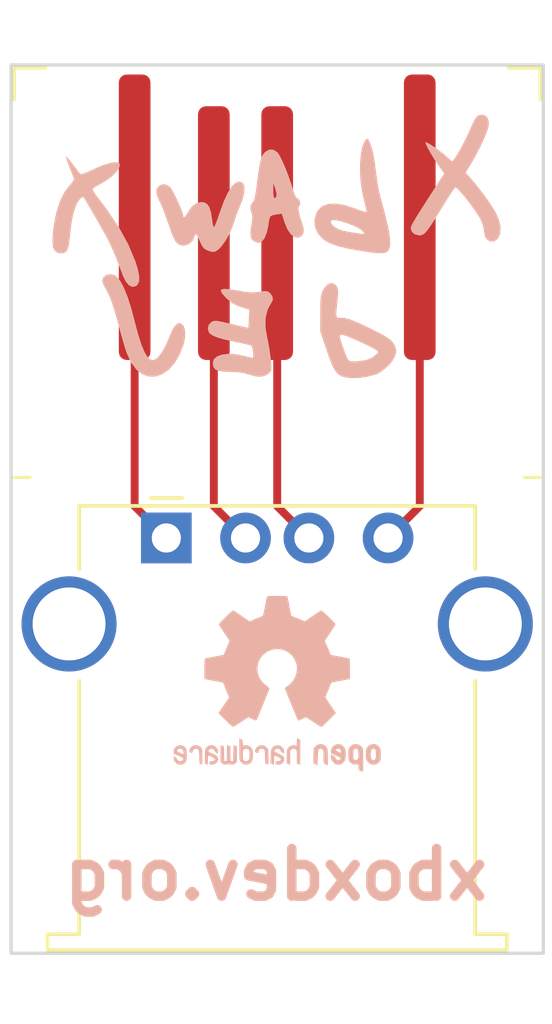
<source format=kicad_pcb>
(kicad_pcb (version 20240108) (generator "pcbnew") (generator_version "8.0")
  (title_block (title "Original Xbox front controller port USB adapter PCB"))
  (layers (0 "F.Cu" signal) (31 "B.Cu" signal) (34 "B.Paste" user) (35 "F.Paste" user) (36 "B.SilkS" user "B.Silkscreen") (37 "F.SilkS" user "F.Silkscreen") (38 "B.Mask" user) (39 "F.Mask" user) (44 "Edge.Cuts" user))
  (net 0 "")
  (net 2 "Net-(J1-D+)")
  (net 3 "Net-(J1-GND)")
  (net 4 "Net-(J1-VBUS)")
  (net 5 "Net-(J1-D-)")
  (footprint "Connector_USB:USB_A_Stewart_SS-52100-001_Horizontal" (layer "F.Cu") (at 227.4 137.81)
    (property "Reference" "J1" (hide yes))
    (property "Value" "Adapter USB")
    (fp_line (start -3.75 12.49) (end -3.75 12.99) (stroke (width 0.12)) (layer "F.SilkS"))
    (fp_line (start -3.75 12.99) (end 10.75 12.99) (stroke (width 0.12)) (layer "F.SilkS"))
    (fp_line (start -2.75 -1.01) (end -2.75 0.99) (stroke (width 0.12)) (layer "F.SilkS"))
    (fp_line (start -2.75 4.49) (end -2.75 12.49) (stroke (width 0.12)) (layer "F.SilkS"))
    (fp_line (start -2.75 12.49) (end -3.75 12.49) (stroke (width 0.12)) (layer "F.SilkS"))
    (fp_line (start -0.5 -1.26) (end 0.5 -1.26) (stroke (width 0.12)) (layer "F.SilkS"))
    (fp_line (start 9.75 -1.01) (end -2.75 -1.01) (stroke (width 0.12)) (layer "F.SilkS"))
    (fp_line (start 9.75 0.99) (end 9.75 -1.01) (stroke (width 0.12)) (layer "F.SilkS"))
    (fp_line (start 9.75 12.49) (end 9.75 4.49) (stroke (width 0.12)) (layer "F.SilkS"))
    (fp_line (start 10.75 12.49) (end 9.75 12.49) (stroke (width 0.12)) (layer "F.SilkS"))
    (fp_line (start 10.75 12.99) (end 10.75 12.49) (stroke (width 0.12)) (layer "F.SilkS"))
    (pad "1" thru_hole rect (at 0 0) (size 1.6 1.6) (drill 0.92) (layers "*.Cu" "*.Mask") (net 4 "Net-(J1-VBUS)"))
    (pad "2" thru_hole circle (at 2.5 0) (size 1.6 1.6) (drill 0.92) (layers "*.Cu" "*.Mask") (net 5 "Net-(J1-D-)"))
    (pad "3" thru_hole circle (at 4.5 0) (size 1.6 1.6) (drill 0.92) (layers "*.Cu" "*.Mask") (net 2 "Net-(J1-D+)"))
    (pad "4" thru_hole circle (at 7 0) (size 1.6 1.6) (drill 0.92) (layers "*.Cu" "*.Mask") (net 3 "Net-(J1-GND)"))
    (pad "5" thru_hole circle (at -3.07 2.71) (size 3 3) (drill 2.3) (layers "*.Cu" "*.Mask"))
    (pad "5" thru_hole circle (at 10.07 2.71) (size 3 3) (drill 2.3) (layers "*.Cu" "*.Mask"))
  )
  (footprint "OGXLibrary:ogx_front_panel_usb_male" (layer "F.Cu") (at 222.4 122.9)
    (property "Reference" "J2" (hide yes))
    (property "Value" "Xbox Front Panel USB")
    (fp_line (start 0.2 0.1) (end 0.2 1.1) (stroke (width 0.1)) (layer "F.SilkS"))
    (fp_line (start 0.2 0.1) (end 1.2 0.1) (stroke (width 0.1)) (layer "F.SilkS"))
    (fp_line (start 0.2 1.1) (end 0.2 0.1) (stroke (width 0.1)) (layer "F.SilkS"))
    (fp_line (start 0.2 13) (end 0.7 13) (stroke (width 0.1)) (layer "F.SilkS"))
    (fp_line (start 15.8 0.1) (end 16.8 0.1) (stroke (width 0.1)) (layer "F.SilkS"))
    (fp_line (start 16.8 0.1) (end 15.8 0.1) (stroke (width 0.1)) (layer "F.SilkS"))
    (fp_line (start 16.8 0.1) (end 16.8 1.1) (stroke (width 0.1)) (layer "F.SilkS"))
    (fp_line (start 16.8 13) (end 16.3 13) (stroke (width 0.1)) (layer "F.SilkS"))
    (pad "1" smd roundrect (at 4 4.8) (size 1 9) (layers "F.Cu" "F.Paste" "F.Mask") (net 4 "Net-(J1-VBUS)"))
    (pad "2" smd roundrect (at 6.5 5.3) (size 1 8) (layers "F.Cu" "F.Paste" "F.Mask") (net 5 "Net-(J1-D-)"))
    (pad "3" smd roundrect (at 8.5 5.3) (size 1 8) (layers "F.Cu" "F.Paste" "F.Mask") (net 2 "Net-(J1-D+)"))
    (pad "4" smd roundrect (at 13 4.8) (size 1 9) (layers "F.Cu" "F.Paste" "F.Mask") (net 3 "Net-(J1-GND)"))
  )
  (footprint "Symbol:OSHW-Logo2_7.3x6mm_SilkScreen" (layer "B.Cu") (at 230.9 142.4 180)
    (property "Reference" "REF**" (hide yes))
    (property "Value" "OSHW-Logo2_7.3x6mm_SilkScreen" (hide yes))
    (fp_poly (pts (xy 2.6526 -1.958752) (xy 2.669948 -1.966334) (xy 2.711356 -1.999128) (xy 2.746765 -2.046547) (xy 2.768664 -2.097151) (xy 2.772229 -2.122098) (xy 2.760279 -2.156927) (xy 2.734067 -2.175357) (xy 2.705964 -2.186516) (xy 2.693095 -2.188572) (xy 2.686829 -2.173649) (xy 2.674456 -2.141175) (xy 2.669028 -2.126502) (xy 2.63859 -2.075744) (xy 2.59452 -2.050427) (xy 2.53801 -2.051206) (xy 2.533825 -2.052203) (xy 2.503655 -2.066507) (xy 2.481476 -2.094393) (xy 2.466327 -2.139287) (xy 2.45725 -2.204615) (xy 2.453286 -2.293804) (xy 2.452914 -2.341261) (xy 2.45273 -2.416071) (xy 2.451522 -2.467069) (xy 2.448309 -2.499471) (xy 2.442109 -2.518495) (xy 2.43194 -2.529356) (xy 2.416819 -2.537272) (xy 2.415946 -2.53767) (xy 2.386828 -2.549981) (xy 2.372403 -2.554514) (xy 2.370186 -2.540809) (xy 2.368289 -2.502925) (xy 2.366847 -2.445715) (xy 2.365998 -2.374027) (xy 2.365829 -2.321565) (xy 2.366692 -2.220047) (xy 2.37007 -2.143032) (xy 2.377142 -2.086023) (xy 2.389088 -2.044526) (xy 2.40709 -2.014043) (xy 2.432327 -1.99008) (xy 2.457247 -1.973355) (xy 2.517171 -1.951097) (xy 2.586911 -1.946076) (xy 2.6526 -1.958752)) (stroke (width 0.01)) (fill solid) (layer "B.SilkS"))
    (fp_poly (pts (xy -1.283907 -1.92778) (xy -1.237328 -1.954723) (xy -1.204943 -1.981466) (xy -1.181258 -2.009484) (xy -1.164941 -2.043748) (xy -1.154661 -2.089227) (xy -1.149086 -2.150892) (xy -1.146884 -2.233711) (xy -1.146629 -2.293246) (xy -1.146629 -2.512391) (xy -1.208314 -2.540044) (xy -1.27 -2.567697) (xy -1.277257 -2.32767) (xy -1.280256 -2.238028) (xy -1.283402 -2.172962) (xy -1.287299 -2.128026) (xy -1.292553 -2.09877) (xy -1.299769 -2.080748) (xy -1.30955 -2.069511) (xy -1.312688 -2.067079) (xy -1.360239 -2.048083) (xy -1.408303 -2.0556) (xy -1.436914 -2.075543) (xy -1.448553 -2.089675) (xy -1.456609 -2.10822) (xy -1.461729 -2.136334) (xy -1.464559 -2.179173) (xy -1.465744 -2.241895) (xy -1.465943 -2.307261) (xy -1.465982 -2.389268) (xy -1.467386 -2.447316) (xy -1.472086 -2.486465) (xy -1.482013 -2.51178) (xy -1.499097 -2.528323) (xy -1.525268 -2.541156) (xy -1.560225 -2.554491) (xy -1.598404 -2.569007) (xy -1.593859 -2.311389) (xy -1.592029 -2.218519) (xy -1.589888 -2.149889) (xy -1.586819 -2.100711) (xy -1.582206 -2.066198) (xy -1.575432 -2.041562) (xy -1.565881 -2.022016) (xy -1.554366 -2.00477) (xy -1.49881 -1.94968) (xy -1.43102 -1.917822) (xy -1.357287 -1.910191) (xy -1.283907 -1.92778)) (stroke (width 0.01)) (fill solid) (layer "B.SilkS"))
    (fp_poly (pts (xy 0.529926 -1.949755) (xy 0.595858 -1.974084) (xy 0.649273 -2.017117) (xy 0.670164 -2.047409) (xy 0.692939 -2.102994) (xy 0.692466 -2.143186) (xy 0.668562 -2.170217) (xy 0.659717 -2.174813) (xy 0.62153 -2.189144) (xy 0.602028 -2.185472) (xy 0.595422 -2.161407) (xy 0.595086 -2.148114) (xy 0.582992 -2.09921) (xy 0.551471 -2.064999) (xy 0.507659 -2.048476) (xy 0.458695 -2.052634) (xy 0.418894 -2.074227) (xy 0.40545 -2.086544) (xy 0.395921 -2.101487) (xy 0.389485 -2.124075) (xy 0.385317 -2.159328) (xy 0.382597 -2.212266) (xy 0.380502 -2.287907) (xy 0.37996 -2.311857) (xy 0.377981 -2.39379) (xy 0.375731 -2.451455) (xy 0.372357 -2.489608) (xy 0.367006 -2.513004) (xy 0.358824 -2.526398) (xy 0.346959 -2.534545) (xy 0.339362 -2.538144) (xy 0.307102 -2.550452) (xy 0.288111 -2.554514) (xy 0.281836 -2.540948) (xy 0.278006 -2.499934) (xy 0.2766 -2.430999) (xy 0.277598 -2.333669) (xy 0.277908 -2.318657) (xy 0.280101 -2.229859) (xy 0.282693 -2.165019) (xy 0.286382 -2.119067) (xy 0.291864 -2.086935) (xy 0.299835 -2.063553) (xy 0.310993 -2.043852) (xy 0.31683 -2.03541) (xy 0.350296 -1.998057) (xy 0.387727 -1.969003) (xy 0.392309 -1.966467) (xy 0.459426 -1.946443) (xy 0.529926 -1.949755)) (stroke (width 0.01)) (fill solid) (layer "B.SilkS"))
    (fp_poly (pts (xy 1.779833 -1.958663) (xy 1.782048 -1.99685) (xy 1.783784 -2.054886) (xy 1.784899 -2.12818) (xy 1.785257 -2.205055) (xy 1.785257 -2.465196) (xy 1.739326 -2.511127) (xy 1.707675 -2.539429) (xy 1.67989 -2.550893) (xy 1.641915 -2.550168) (xy 1.62684 -2.548321) (xy 1.579726 -2.542948) (xy 1.540756 -2.539869) (xy 1.531257 -2.539585) (xy 1.499233 -2.541445) (xy 1.453432 -2.546114) (xy 1.435674 -2.548321) (xy 1.392057 -2.551735) (xy 1.362745 -2.54432) (xy 1.33368 -2.521427) (xy 1.323188 -2.511127) (xy 1.277257 -2.465196) (xy 1.277257 -1.978602) (xy 1.314226 -1.961758) (xy 1.346059 -1.949282) (xy 1.364683 -1.944914) (xy 1.369458 -1.958718) (xy 1.373921 -1.997286) (xy 1.377775 -2.056356) (xy 1.380722 -2.131663) (xy 1.382143 -2.195286) (xy 1.386114 -2.445657) (xy 1.420759 -2.450556) (xy 1.452268 -2.447131) (xy 1.467708 -2.436041) (xy 1.472023 -2.415308) (xy 1.475708 -2.371145) (xy 1.478469 -2.309146) (xy 1.480012 -2.234909) (xy 1.480235 -2.196706) (xy 1.480457 -1.976783) (xy 1.526166 -1.960849) (xy 1.558518 -1.950015) (xy 1.576115 -1.944962) (xy 1.576623 -1.944914) (xy 1.578388 -1.958648) (xy 1.580329 -1.99673) (xy 1.582282 -2.054482) (xy 1.584084 -2.127227) (xy 1.585343 -2.195286) (xy 1.589314 -2.445657) (xy 1.6764 -2.445657) (xy 1.680396 -2.21724) (xy 1.684392 -1.988822) (xy 1.726847 -1.966868) (xy 1.758192 -1.951793) (xy 1.776744 -1.944951) (xy 1.777279 -1.944914) (xy 1.779833 -1.958663)) (stroke (width 0.01)) (fill solid) (layer "B.SilkS"))
    (fp_poly (pts (xy -0.624114 -1.851289) (xy -0.619861 -1.910613) (xy -0.614975 -1.945572) (xy -0.608205 -1.96082) (xy -0.598298 -1.961015) (xy -0.595086 -1.959195) (xy -0.552356 -1.946015) (xy -0.496773 -1.946785) (xy -0.440263 -1.960333) (xy -0.404918 -1.977861) (xy -0.368679 -2.005861) (xy -0.342187 -2.037549) (xy -0.324001 -2.077813) (xy -0.312678 -2.131543) (xy -0.306778 -2.203626) (xy -0.304857 -2.298951) (xy -0.304823 -2.317237) (xy -0.3048 -2.522646) (xy -0.350509 -2.53858) (xy -0.382973 -2.54942) (xy -0.400785 -2.554468) (xy -0.401309 -2.554514) (xy -0.403063 -2.540828) (xy -0.404556 -2.503076) (xy -0.405674 -2.446224) (xy -0.406303 -2.375234) (xy -0.4064 -2.332073) (xy -0.406602 -2.246973) (xy -0.407642 -2.185981) (xy -0.410169 -2.144177) (xy -0.414836 -2.116642) (xy -0.422293 -2.098456) (xy -0.433189 -2.084698) (xy -0.439993 -2.078073) (xy -0.486728 -2.051375) (xy -0.537728 -2.049375) (xy -0.583999 -2.071955) (xy -0.592556 -2.080107) (xy -0.605107 -2.095436) (xy -0.613812 -2.113618) (xy -0.619369 -2.139909) (xy -0.622474 -2.179562) (xy -0.623824 -2.237832) (xy -0.624114 -2.318173) (xy -0.624114 -2.522646) (xy -0.669823 -2.53858) (xy -0.702287 -2.54942) (xy -0.720099 -2.554468) (xy -0.720623 -2.554514) (xy -0.721963 -2.540623) (xy -0.723172 -2.501439) (xy -0.724199 -2.4407) (xy -0.724998 -2.362141) (xy -0.725519 -2.269498) (xy -0.725714 -2.166509) (xy -0.725714 -1.769342) (xy -0.678543 -1.749444) (xy -0.631371 -1.729547) (xy -0.624114 -1.851289)) (stroke (width 0.01)) (fill solid) (layer "B.SilkS"))
    (fp_poly (pts (xy -2.958885 -1.921962) (xy -2.890855 -1.957733) (xy -2.840649 -2.015301) (xy -2.822815 -2.052312) (xy -2.808937 -2.107882) (xy -2.801833 -2.178096) (xy -2.80116 -2.254727) (xy -2.806573 -2.329552) (xy -2.81773 -2.394342) (xy -2.834286 -2.440873) (xy -2.839374 -2.448887) (xy -2.899645 -2.508707) (xy -2.971231 -2.544535) (xy -3.048908 -2.55502) (xy -3.127452 -2.53881) (xy -3.149311 -2.529092) (xy -3.191878 -2.499143) (xy -3.229237 -2.459433) (xy -3.232768 -2.454397) (xy -3.247119 -2.430124) (xy -3.256606 -2.404178) (xy -3.26221 -2.370022) (xy -3.264914 -2.321119) (xy -3.265701 -2.250935) (xy -3.265714 -2.2352) (xy -3.265678 -2.230192) (xy -3.120571 -2.230192) (xy -3.119727 -2.29643) (xy -3.116404 -2.340386) (xy -3.109417 -2.368779) (xy -3.097584 -2.388325) (xy -3.091543 -2.394857) (xy -3.056814 -2.41968) (xy -3.023097 -2.418548) (xy -2.989005 -2.397016) (xy -2.968671 -2.374029) (xy -2.956629 -2.340478) (xy -2.949866 -2.287569) (xy -2.949402 -2.281399) (xy -2.948248 -2.185513) (xy -2.960312 -2.114299) (xy -2.98543 -2.068194) (xy -3.02344 -2.047635) (xy -3.037008 -2.046514) (xy -3.072636 -2.052152) (xy -3.097006 -2.071686) (xy -3.111907 -2.109042) (xy -3.119125 -2.16815) (xy -3.120571 -2.230192) (xy -3.265678 -2.230192) (xy -3.265174 -2.160413) (xy -3.262904 -2.108159) (xy -3.257932 -2.071949) (xy -3.249287 -2.045299) (xy -3.235995 -2.021722) (xy -3.233057 -2.017338) (xy -3.183687 -1.958249) (xy -3.129891 -1.923947) (xy -3.064398 -1.910331) (xy -3.042158 -1.909665) (xy -2.958885 -1.921962)) (stroke (width 0.01)) (fill solid) (layer "B.SilkS"))
    (fp_poly (pts (xy 3.153595 -1.966966) (xy 3.211021 -2.004497) (xy 3.238719 -2.038096) (xy 3.260662 -2.099064) (xy 3.262405 -2.147308) (xy 3.258457 -2.211816) (xy 3.109686 -2.276934) (xy 3.037349 -2.310202) (xy 2.990084 -2.336964) (xy 2.965507 -2.360144) (xy 2.961237 -2.382667) (xy 2.974889 -2.407455) (xy 2.989943 -2.423886) (xy 3.033746 -2.450235) (xy 3.081389 -2.452081) (xy 3.125145 -2.431546) (xy 3.157289 -2.390752) (xy 3.163038 -2.376347) (xy 3.190576 -2.331356) (xy 3.222258 -2.312182) (xy 3.265714 -2.295779) (xy 3.265714 -2.357966) (xy 3.261872 -2.400283) (xy 3.246823 -2.435969) (xy 3.21528 -2.476943) (xy 3.210592 -2.482267) (xy 3.175506 -2.51872) (xy 3.145347 -2.538283) (xy 3.107615 -2.547283) (xy 3.076335 -2.55023) (xy 3.020385 -2.550965) (xy 2.980555 -2.54166) (xy 2.955708 -2.527846) (xy 2.916656 -2.497467) (xy 2.889625 -2.464613) (xy 2.872517 -2.423294) (xy 2.863238 -2.367521) (xy 2.859693 -2.291305) (xy 2.85941 -2.252622) (xy 2.860372 -2.206247) (xy 2.948007 -2.206247) (xy 2.949023 -2.231126) (xy 2.951556 -2.2352) (xy 2.968274 -2.229665) (xy 3.004249 -2.215017) (xy 3.052331 -2.19419) (xy 3.062386 -2.189714) (xy 3.123152 -2.158814) (xy 3.156632 -2.131657) (xy 3.16399 -2.10622) (xy 3.146391 -2.080481) (xy 3.131856 -2.069109) (xy 3.07941 -2.046364) (xy 3.030322 -2.050122) (xy 2.989227 -2.077884) (xy 2.960758 -2.127152) (xy 2.951631 -2.166257) (xy 2.948007 -2.206247) (xy 2.860372 -2.206247) (xy 2.861285 -2.162249) (xy 2.868196 -2.095384) (xy 2.881884 -2.046695) (xy 2.904096 -2.010849) (xy 2.936574 -1.982513) (xy 2.950733 -1.973355) (xy 3.015053 -1.949507) (xy 3.085473 -1.948006) (xy 3.153595 -1.966966)) (stroke (width 0.01)) (fill solid) (layer "B.SilkS"))
    (fp_poly (pts (xy 1.190117 -2.065358) (xy 1.189933 -2.173837) (xy 1.189219 -2.257287) (xy 1.187675 -2.319704) (xy 1.185001 -2.365085) (xy 1.180894 -2.397429) (xy 1.175055 -2.420733) (xy 1.167182 -2.438995) (xy 1.161221 -2.449418) (xy 1.111855 -2.505945) (xy 1.049264 -2.541377) (xy 0.980013 -2.55409) (xy 0.910668 -2.542463) (xy 0.869375 -2.521568) (xy 0.826025 -2.485422) (xy 0.796481 -2.441276) (xy 0.778655 -2.383462) (xy 0.770463 -2.306313) (xy 0.769302 -2.249714) (xy 0.769458 -2.245647) (xy 0.870857 -2.245647) (xy 0.871476 -2.31055) (xy 0.874314 -2.353514) (xy 0.88084 -2.381622) (xy 0.892523 -2.401953) (xy 0.906483 -2.417288) (xy 0.953365 -2.44689) (xy 1.003701 -2.449419) (xy 1.051276 -2.424705) (xy 1.054979 -2.421356) (xy 1.070783 -2.403935) (xy 1.080693 -2.383209) (xy 1.086058 -2.352362) (xy 1.088228 -2.304577) (xy 1.088571 -2.251748) (xy 1.087827 -2.185381) (xy 1.084748 -2.141106) (xy 1.078061 -2.112009) (xy 1.066496 -2.091173) (xy 1.057013 -2.080107) (xy 1.01296 -2.052198) (xy 0.962224 -2.048843) (xy 0.913796 -2.070159) (xy 0.90445 -2.078073) (xy 0.88854 -2.095647) (xy 0.87861 -2.116587) (xy 0.873278 -2.147782) (xy 0.871163 -2.196122) (xy 0.870857 -2.245647) (xy 0.769458 -2.245647) (xy 0.77281 -2.158568) (xy 0.784726 -2.090086) (xy 0.807135 -2.0386) (xy 0.842124 -1.998443) (xy 0.869375 -1.977861) (xy 0.918907 -1.955625) (xy 0.976316 -1.945304) (xy 1.029682 -1.948067) (xy 1.059543 -1.959212) (xy 1.071261 -1.962383) (xy 1.079037 -1.950557) (xy 1.084465 -1.918866) (xy 1.088571 -1.870593) (xy 1.093067 -1.816829) (xy 1.099313 -1.784482) (xy 1.110676 -1.765985) (xy 1.130528 -1.75377) (xy 1.143 -1.748362) (xy 1.190171 -1.728601) (xy 1.190117 -2.065358)) (stroke (width 0.01)) (fill solid) (layer "B.SilkS"))
    (fp_poly (pts (xy -1.831697 -1.931239) (xy -1.774473 -1.969735) (xy -1.730251 -2.025335) (xy -1.703833 -2.096086) (xy -1.69849 -2.148162) (xy -1.699097 -2.169893) (xy -1.704178 -2.186531) (xy -1.718145 -2.201437) (xy -1.745411 -2.217973) (xy -1.790388 -2.239498) (xy -1.857489 -2.269374) (xy -1.857829 -2.269524) (xy -1.919593 -2.297813) (xy -1.970241 -2.322933) (xy -2.004596 -2.342179) (xy -2.017482 -2.352848) (xy -2.017486 -2.352934) (xy -2.006128 -2.376166) (xy -1.979569 -2.401774) (xy -1.949077 -2.420221) (xy -1.93363 -2.423886) (xy -1.891485 -2.411212) (xy -1.855192 -2.379471) (xy -1.837483 -2.344572) (xy -1.820448 -2.318845) (xy -1.787078 -2.289546) (xy -1.747851 -2.264235) (xy -1.713244 -2.250471) (xy -1.706007 -2.249714) (xy -1.697861 -2.26216) (xy -1.69737 -2.293972) (xy -1.703357 -2.336866) (xy -1.714643 -2.382558) (xy -1.73005 -2.422761) (xy -1.730829 -2.424322) (xy -1.777196 -2.489062) (xy -1.837289 -2.533097) (xy -1.905535 -2.554711) (xy -1.976362 -2.552185) (xy -2.044196 -2.523804) (xy -2.047212 -2.521808) (xy -2.100573 -2.473448) (xy -2.13566 -2.410352) (xy -2.155078 -2.327387) (xy -2.157684 -2.304078) (xy -2.162299 -2.194055) (xy -2.156767 -2.142748) (xy -2.017486 -2.142748) (xy -2.015676 -2.174753) (xy -2.005778 -2.184093) (xy -1.981102 -2.177105) (xy -1.942205 -2.160587) (xy -1.898725 -2.139881) (xy -1.897644 -2.139333) (xy -1.860791 -2.119949) (xy -1.846 -2.107013) (xy -1.849647 -2.093451) (xy -1.865005 -2.075632) (xy -1.904077 -2.049845) (xy -1.946154 -2.04795) (xy -1.983897 -2.066717) (xy -2.009966 -2.102915) (xy -2.017486 -2.142748) (xy -2.156767 -2.142748) (xy -2.152806 -2.106027) (xy -2.12845 -2.036212) (xy -2.094544 -1.987302) (xy -2.033347 -1.937878) (xy -1.965937 -1.913359) (xy -1.89712 -1.911797) (xy -1.831697 -1.931239)) (stroke (width 0.01)) (fill solid) (layer "B.SilkS"))
    (fp_poly (pts (xy 0.039744 -1.950968) (xy 0.096616 -1.972087) (xy 0.097267 -1.972493) (xy 0.13244 -1.99838) (xy 0.158407 -2.028633) (xy 0.17667 -2.068058) (xy 0.188732 -2.121462) (xy 0.196096 -2.193651) (xy 0.200264 -2.289432) (xy 0.200629 -2.303078) (xy 0.205876 -2.508842) (xy 0.161716 -2.531678) (xy 0.129763 -2.54711) (xy 0.11047 -2.554423) (xy 0.109578 -2.554514) (xy 0.106239 -2.541022) (xy 0.103587 -2.504626) (xy 0.101956 -2.451452) (xy 0.1016 -2.408393) (xy 0.101592 -2.338641) (xy 0.098403 -2.294837) (xy 0.087288 -2.273944) (xy 0.063501 -2.272925) (xy 0.022296 -2.288741) (xy -0.039914 -2.317815) (xy -0.085659 -2.341963) (xy -0.109187 -2.362913) (xy -0.116104 -2.385747) (xy -0.116114 -2.386877) (xy -0.104701 -2.426212) (xy -0.070908 -2.447462) (xy -0.019191 -2.450539) (xy 0.018061 -2.450006) (xy 0.037703 -2.460735) (xy 0.049952 -2.486505) (xy 0.057002 -2.519337) (xy 0.046842 -2.537966) (xy 0.043017 -2.540632) (xy 0.007001 -2.55134) (xy -0.043434 -2.552856) (xy -0.095374 -2.545759) (xy -0.132178 -2.532788) (xy -0.183062 -2.489585) (xy -0.211986 -2.429446) (xy -0.217714 -2.382462) (xy -0.213343 -2.340082) (xy -0.197525 -2.305488) (xy -0.166203 -2.274763) (xy -0.115322 -2.24399) (xy -0.040824 -2.209252) (xy -0.036286 -2.207288) (xy 0.030821 -2.176287) (xy 0.072232 -2.150862) (xy 0.089981 -2.128014) (xy 0.086107 -2.104745) (xy 0.062643 -2.078056) (xy 0.055627 -2.071914) (xy 0.00863 -2.0481) (xy -0.040067 -2.049103) (xy -0.082478 -2.072451) (xy -0.110616 -2.115675) (xy -0.113231 -2.12416) (xy -0.138692 -2.165308) (xy -0.170999 -2.185128) (xy -0.217714 -2.20477) (xy -0.217714 -2.15395) (xy -0.203504 -2.080082) (xy -0.161325 -2.012327) (xy -0.139376 -1.989661) (xy -0.089483 -1.960569) (xy -0.026033 -1.9474) (xy 0.039744 -1.950968)) (stroke (width 0.01)) (fill solid) (layer "B.SilkS"))
    (fp_poly (pts (xy 2.144876 -1.956335) (xy 2.186667 -1.975344) (xy 2.219469 -1.998378) (xy 2.243503 -2.024133) (xy 2.260097 -2.057358) (xy 2.270577 -2.1028) (xy 2.276271 -2.165207) (xy 2.278507 -2.249327) (xy 2.278743 -2.304721) (xy 2.278743 -2.520826) (xy 2.241774 -2.53767) (xy 2.212656 -2.549981) (xy 2.198231 -2.554514) (xy 2.195472 -2.541025) (xy 2.193282 -2.504653) (xy 2.191942 -2.451542) (xy 2.191657 -2.409372) (xy 2.190434 -2.348447) (xy 2.187136 -2.300115) (xy 2.182321 -2.270518) (xy 2.178496 -2.264229) (xy 2.152783 -2.270652) (xy 2.112418 -2.287125) (xy 2.065679 -2.309458) (xy 2.020845 -2.333457) (xy 1.986193 -2.35493) (xy 1.970002 -2.369685) (xy 1.969938 -2.369845) (xy 1.97133 -2.397152) (xy 1.983818 -2.423219) (xy 2.005743 -2.444392) (xy 2.037743 -2.451474) (xy 2.065092 -2.450649) (xy 2.103826 -2.450042) (xy 2.124158 -2.459116) (xy 2.136369 -2.483092) (xy 2.137909 -2.487613) (xy 2.143203 -2.521806) (xy 2.129047 -2.542568) (xy 2.092148 -2.552462) (xy 2.052289 -2.554292) (xy 1.980562 -2.540727) (xy 1.943432 -2.521355) (xy 1.897576 -2.475845) (xy 1.873256 -2.419983) (xy 1.871073 -2.360957) (xy 1.891629 -2.305953) (xy 1.922549 -2.271486) (xy 1.95342 -2.252189) (xy 2.001942 -2.227759) (xy 2.058485 -2.202985) (xy 2.06791 -2.199199) (xy 2.130019 -2.171791) (xy 2.165822 -2.147634) (xy 2.177337 -2.123619) (xy 2.16658 -2.096635) (xy 2.148114 -2.075543) (xy 2.104469 -2.049572) (xy 2.056446 -2.047624) (xy 2.012406 -2.067637) (xy 1.980709 -2.107551) (xy 1.976549 -2.117848) (xy 1.952327 -2.155724) (xy 1.916965 -2.183842) (xy 1.872343 -2.206917) (xy 1.872343 -2.141485) (xy 1.874969 -2.101506) (xy 1.88623 -2.069997) (xy 1.911199 -2.036378) (xy 1.935169 -2.010484) (xy 1.972441 -1.973817) (xy 2.001401 -1.954121) (xy 2.032505 -1.94622) (xy 2.067713 -1.944914) (xy 2.144876 -1.956335)) (stroke (width 0.01)) (fill solid) (layer "B.SilkS"))
    (fp_poly (pts (xy -2.400256 -1.919918) (xy -2.344799 -1.947568) (xy -2.295852 -1.99848) (xy -2.282371 -2.017338) (xy -2.267686 -2.042015) (xy -2.258158 -2.068816) (xy -2.252707 -2.104587) (xy -2.250253 -2.156169) (xy -2.249714 -2.224267) (xy -2.252148 -2.317588) (xy -2.260606 -2.387657) (xy -2.276826 -2.439931) (xy -2.302546 -2.479869) (xy -2.339503 -2.512929) (xy -2.342218 -2.514886) (xy -2.37864 -2.534908) (xy -2.422498 -2.544815) (xy -2.478276 -2.547257) (xy -2.568952 -2.547257) (xy -2.56899 -2.635283) (xy -2.569834 -2.684308) (xy -2.574976 -2.713065) (xy -2.588413 -2.730311) (xy -2.614142 -2.744808) (xy -2.620321 -2.747769) (xy -2.649236 -2.761648) (xy -2.671624 -2.770414) (xy -2.688271 -2.771171) (xy -2.699964 -2.761023) (xy -2.70749 -2.737073) (xy -2.711634 -2.696426) (xy -2.713185 -2.636186) (xy -2.712929 -2.553455) (xy -2.711651 -2.445339) (xy -2.711252 -2.413) (xy -2.709815 -2.301524) (xy -2.708528 -2.228603) (xy -2.569029 -2.228603) (xy -2.568245 -2.290499) (xy -2.56476 -2.330997) (xy -2.556876 -2.357708) (xy -2.542895 -2.378244) (xy -2.533403 -2.38826) (xy -2.494596 -2.417567) (xy -2.460237 -2.419952) (xy -2.424784 -2.39575) (xy -2.423886 -2.394857) (xy -2.409461 -2.376153) (xy -2.400687 -2.350732) (xy -2.396261 -2.311584) (xy -2.394882 -2.251697) (xy -2.394857 -2.23843) (xy -2.398188 -2.155901) (xy -2.409031 -2.098691) (xy -2.42866 -2.063766) (xy -2.45835 -2.048094) (xy -2.475509 -2.046514) (xy -2.516234 -2.053926) (xy -2.544168 -2.07833) (xy -2.560983 -2.12298) (xy -2.56835 -2.19113) (xy -2.569029 -2.228603) (xy -2.708528 -2.228603) (xy -2.708292 -2.215245) (xy -2.706323 -2.150333) (xy -2.70355 -2.102958) (xy -2.699612 -2.06929) (xy -2.694151 -2.045498) (xy -2.686808 -2.027753) (xy -2.677223 -2.012224) (xy -2.673113 -2.006381) (xy -2.618595 -1.951185) (xy -2.549664 -1.91989) (xy -2.469928 -1.911165) (xy -2.400256 -1.919918)) (stroke (width 0.01)) (fill solid) (layer "B.SilkS"))
    (fp_poly (pts (xy 0.10391 2.757652) (xy 0.182454 2.757222) (xy 0.239298 2.756058) (xy 0.278105 2.753793) (xy 0.302538 2.75006) (xy 0.316262 2.744494) (xy 0.32294 2.736727) (xy 0.326236 2.726395) (xy 0.326556 2.725057) (xy 0.331562 2.700921) (xy 0.340829 2.653299) (xy 0.353392 2.587259) (xy 0.368287 2.507872) (xy 0.384551 2.420204) (xy 0.385119 2.417125) (xy 0.40141 2.331211) (xy 0.416652 2.255304) (xy 0.429861 2.193955) (xy 0.440054 2.151718) (xy 0.446248 2.133145) (xy 0.446543 2.132816) (xy 0.464788 2.123747) (xy 0.502405 2.108633) (xy 0.551271 2.090738) (xy 0.551543 2.090642) (xy 0.613093 2.067507) (xy 0.685657 2.038035) (xy 0.754057 2.008403) (xy 0.757294 2.006938) (xy 0.868702 1.956374) (xy 1.115399 2.12484) (xy 1.191077 2.176197) (xy 1.259631 2.222111) (xy 1.317088 2.25997) (xy 1.359476 2.287163) (xy 1.382825 2.301079) (xy 1.385042 2.302111) (xy 1.40201 2.297516) (xy 1.433701 2.275345) (xy 1.481352 2.234553) (xy 1.546198 2.174095) (xy 1.612397 2.109773) (xy 1.676214 2.046388) (xy 1.733329 1.988549) (xy 1.780305 1.939825) (xy 1.813703 1.90379) (xy 1.830085 1.884016) (xy 1.830694 1.882998) (xy 1.832505 1.869428) (xy 1.825683 1.847267) (xy 1.80854 1.813522) (xy 1.779393 1.7652) (xy 1.736555 1.699308) (xy 1.679448 1.614483) (xy 1.628766 1.539823) (xy 1.583461 1.47286) (xy 1.54615 1.417484) (xy 1.519452 1.37758) (xy 1.505985 1.357038) (xy 1.505137 1.355644) (xy 1.506781 1.335962) (xy 1.519245 1.297707) (xy 1.540048 1.248111) (xy 1.547462 1.232272) (xy 1.579814 1.16171) (xy 1.614328 1.081647) (xy 1.642365 1.012371) (xy 1.662568 0.960955) (xy 1.678615 0.921881) (xy 1.687888 0.901459) (xy 1.689041 0.899886) (xy 1.706096 0.897279) (xy 1.746298 0.890137) (xy 1.804302 0.879477) (xy 1.874763 0.866315) (xy 1.952335 0.851667) (xy 2.031672 0.836551) (xy 2.107431 0.821982) (xy 2.174264 0.808978) (xy 2.226828 0.798555) (xy 2.259776 0.79173) (xy 2.267857 0.789801) (xy 2.276205 0.785038) (xy 2.282506 0.774282) (xy 2.287045 0.753902) (xy 2.290104 0.720266) (xy 2.291967 0.669745) (xy 2.292918 0.598708) (xy 2.29324 0.503524) (xy 2.293257 0.464508) (xy 2.293257 0.147201) (xy 2.217057 0.132161) (xy 2.174663 0.124005) (xy 2.1114 0.112101) (xy 2.034962 0.097884) (xy 1.953043 0.08279) (xy 1.9304 0.078645) (xy 1.854806 0.063947) (xy 1.788953 0.049495) (xy 1.738366 0.036625) (xy 1.708574 0.026678) (xy 1.703612 0.023713) (xy 1.691426 0.002717) (xy 1.673953 -0.037967) (xy 1.654577 -0.090322) (xy 1.650734 -0.1016) (xy 1.625339 -0.171523) (xy 1.593817 -0.250418) (xy 1.562969 -0.321266) (xy 1.562817 -0.321595) (xy 1.511447 -0.432733) (xy 1.680399 -0.681253) (xy 1.849352 -0.929772) (xy 1.632429 -1.147058) (xy 1.566819 -1.211726) (xy 1.506979 -1.268733) (xy 1.456267 -1.315033) (xy 1.418046 -1.347584) (xy 1.395675 -1.363343) (xy 1.392466 -1.364343) (xy 1.373626 -1.356469) (xy 1.33518 -1.334578) (xy 1.28133 -1.301267) (xy 1.216276 -1.259131) (xy 1.14594 -1.211943) (xy 1.074555 -1.16381) (xy 1.010908 -1.121928) (xy 0.959041 -1.088871) (xy 0.922995 -1.067218) (xy 0.906867 -1.059543) (xy 0.887189 -1.066037) (xy 0.849875 -1.08315) (xy 0.802621 -1.107326) (xy 0.797612 -1.110013) (xy 0.733977 -1.141927) (xy 0.690341 -1.157579) (xy 0.663202 -1.157745) (xy 0.649057 -1.143204) (xy 0.648975 -1.143) (xy 0.641905 -1.125779) (xy 0.625042 -1.084899) (xy 0.599695 -1.023525) (xy 0.567171 -0.944819) (xy 0.528778 -0.851947) (xy 0.485822 -0.748072) (xy 0.444222 -0.647502) (xy 0.398504 -0.536516) (xy 0.356526 -0.433703) (xy 0.319548 -0.342215) (xy 0.288827 -0.265201) (xy 0.265622 -0.205815) (xy 0.25119 -0.167209) (xy 0.246743 -0.1528) (xy 0.257896 -0.136272) (xy 0.287069 -0.10993) (xy 0.325971 -0.080887) (xy 0.436757 0.010961) (xy 0.523351 0.116241) (xy 0.584716 0.232734) (xy 0.619815 0.358224) (xy 0.627608 0.490493) (xy 0.621943 0.551543) (xy 0.591078 0.678205) (xy 0.53792 0.790059) (xy 0.465767 0.885999) (xy 0.377917 0.964924) (xy 0.277665 1.02573) (xy 0.16831 1.067313) (xy 0.053147 1.088572) (xy -0.064525 1.088401) (xy -0.18141 1.065699) (xy -0.294211 1.019362) (xy -0.399631 0.948287) (xy -0.443632 0.908089) (xy -0.528021 0.804871) (xy -0.586778 0.692075) (xy -0.620296 0.57299) (xy -0.628965 0.450905) (xy -0.613177 0.329107) (xy -0.573322 0.210884) (xy -0.509793 0.099525) (xy -0.422979 -0.001684) (xy -0.325971 -0.080887) (xy -0.285563 -0.111162) (xy -0.257018 -0.137219) (xy -0.246743 -0.152825) (xy -0.252123 -0.169843) (xy -0.267425 -0.2105) (xy -0.291388 -0.271642) (xy -0.322756 -0.350119) (xy -0.360268 -0.44278) (xy -0.402667 -0.546472) (xy -0.444337 -0.647526) (xy -0.49031 -0.758607) (xy -0.532893 -0.861541) (xy -0.570779 -0.953165) (xy -0.60266 -1.030316) (xy -0.627229 -1.089831) (xy -0.64318 -1.128544) (xy -0.64909 -1.143) (xy -0.663052 -1.157685) (xy -0.69006 -1.157642) (xy -0.733587 -1.142099) (xy -0.79711 -1.110284) (xy -0.797612 -1.110013) (xy -0.84544 -1.085323) (xy -0.884103 -1.067338) (xy -0.905905 -1.059614) (xy -0.906867 -1.059543) (xy -0.923279 -1.067378) (xy -0.959513 -1.089165) (xy -1.011526 -1.122328) (xy -1.075275 -1.164291) (xy -1.14594 -1.211943) (xy -1.217884 -1.260191) (xy -1.282726 -1.302151) (xy -1.336265 -1.335227) (xy -1.374303 -1.356821) (xy -1.392467 -1.364343) (xy -1.409192 -1.354457) (xy -1.44282 -1.326826) (xy -1.48999 -1.284495) (xy -1.547342 -1.230505) (xy -1.611516 -1.167899) (xy -1.632503 -1.146983) (xy -1.849501 -0.929623) (xy -1.684332 -0.68722) (xy -1.634136 -0.612781) (xy -1.590081 -0.545972) (xy -1.554638 -0.490665) (xy -1.530281 -0.450729) (xy -1.519478 -0.430036) (xy -1.519162 -0.428563) (xy -1.524857 -0.409058) (xy -1.540174 -0.369822) (xy -1.562463 -0.31743) (xy -1.578107 -0.282355) (xy -1.607359 -0.215201) (xy -1.634906 -0.147358) (xy -1.656263 -0.090034) (xy -1.662065 -0.072572) (xy -1.678548 -0.025938) (xy -1.69466 0.010095) (xy -1.70351 0.023713) (xy -1.72304 0.032048) (xy -1.765666 0.043863) (xy -1.825855 0.057819) (xy -1.898078 0.072578) (xy -1.9304 0.078645) (xy -2.012478 0.093727) (xy -2.091205 0.108331) (xy -2.158891 0.12102) (xy -2.20784 0.130358) (xy -2.217057 0.132161) (xy -2.293257 0.147201) (xy -2.293257 0.464508) (xy -2.293086 0.568846) (xy -2.292384 0.647787) (xy -2.290866 0.704962) (xy -2.288251 0.744001) (xy -2.284254 0.768535) (xy -2.278591 0.782195) (xy -2.27098 0.788611) (xy -2.267857 0.789801) (xy -2.249022 0.79402) (xy -2.207412 0.802438) (xy -2.14837 0.814039) (xy -2.077243 0.827805) (xy -1.999375 0.84272) (xy -1.920113 0.857768) (xy -1.844802 0.871931) (xy -1.778787 0.884194) (xy -1.727413 0.893539) (xy -1.696025 0.89895) (xy -1.689041 0.899886) (xy -1.682715 0.912404) (xy -1.66871 0.945754) (xy -1.649645 0.993623) (xy -1.642366 1.012371) (xy -1.613004 1.084805) (xy -1.578429 1.16483) (xy -1.547463 1.232272) (xy -1.524677 1.283841) (xy -1.509518 1.326215) (xy -1.504458 1.352166) (xy -1.505264 1.355644) (xy -1.515959 1.372064) (xy -1.54038 1.408583) (xy -1.575905 1.461313) (xy -1.619913 1.526365) (xy -1.669783 1.599849) (xy -1.679644 1.614355) (xy -1.737508 1.700296) (xy -1.780044 1.765739) (xy -1.808946 1.813696) (xy -1.82591 1.84718) (xy -1.832633 1.869205) (xy -1.83081 1.882783) (xy -1.830764 1.882869) (xy -1.816414 1.900703) (xy -1.784677 1.935183) (xy -1.73899 1.982732) (xy -1.682796 2.039778) (xy -1.619532 2.102745) (xy -1.612398 2.109773) (xy -1.53267 2.18698) (xy -1.471143 2.24367) (xy -1.426579 2.28089) (xy -1.397743 2.299685) (xy -1.385042 2.302111) (xy -1.366506 2.291529) (xy -1.328039 2.267084) (xy -1.273614 2.231388) (xy -1.207202 2.187053) (xy -1.132775 2.136689) (xy -1.115399 2.12484) (xy -0.868703 1.956374) (xy -0.757294 2.006938) (xy -0.689543 2.036405) (xy -0.616817 2.066041) (xy -0.554297 2.08967) (xy -0.551543 2.090642) (xy -0.50264 2.108543) (xy -0.464943 2.12368) (xy -0.446575 2.13279) (xy -0.446544 2.132816) (xy -0.440715 2.149283) (xy -0.430808 2.189781) (xy -0.417805 2.249758) (xy -0.402691 2.32466) (xy -0.386448 2.409936) (xy -0.385119 2.417125) (xy -0.368825 2.504986) (xy -0.353867 2.58474) (xy -0.341209 2.651319) (xy -0.331814 2.699653) (xy -0.326646 2.724675) (xy -0.326556 2.725057) (xy -0.323411 2.735701) (xy -0.317296 2.743738) (xy -0.304547 2.749533) (xy -0.2815 2.753453) (xy -0.244491 2.755865) (xy -0.189856 2.757135) (xy -0.113933 2.757629) (xy -0.013056 2.757714) (xy 0 2.757714) (xy 0.10391 2.757652)) (stroke (width 0.01)) (fill solid) (layer "B.SilkS"))
  )
  (footprint "OGXLibrary:xbawxdev" (layer "B.Cu") (at 231.3 127.3 180)
    (property "Reference" "G***" (hide yes))
    (property "Value" "LOGO" (hide yes))
    (fp_poly (pts (xy 5.809221 -2.222369) (xy 5.895534 -2.300249) (xy 5.923962 -2.402484) (xy 5.903368 -2.482146) (xy 5.850303 -2.598865) (xy 5.800125 -2.687653) (xy 5.737664 -2.800748) (xy 5.676157 -2.938632) (xy 5.611989 -3.111939) (xy 5.541544 -3.331303) (xy 5.461206 -3.60736) (xy 5.367361 -3.950745) (xy 5.35511 -3.996646) (xy 5.297001 -4.20783) (xy 5.2376 -4.411916) (xy 5.184293 -4.584159) (xy 5.147933 -4.690694) (xy 5.012706 -4.978444) (xy 4.850035 -5.198233) (xy 4.664387 -5.34743) (xy 4.460227 -5.423407) (xy 4.242021 -5.423532) (xy 4.026266 -5.351237) (xy 3.819841 -5.207633) (xy 3.633893 -4.997448) (xy 3.477687 -4.734476) (xy 3.36049 -4.432508) (xy 3.328689 -4.312894) (xy 3.301326 -4.116675) (xy 3.312291 -3.947071) (xy 3.357666 -3.818337) (xy 3.433531 -3.744732) (xy 3.488137 -3.732908) (xy 3.565539 -3.756871) (xy 3.641127 -3.834371) (xy 3.720799 -3.973825) (xy 3.810452 -4.18365) (xy 3.818479 -4.204369) (xy 3.937594 -4.47251) (xy 4.066427 -4.688718) (xy 4.196835 -4.839686) (xy 4.218158 -4.857576) (xy 4.313229 -4.902918) (xy 4.405827 -4.884088) (xy 4.497444 -4.798425) (xy 4.589571 -4.643267) (xy 4.683697 -4.415954) (xy 4.781314 -4.113825) (xy 4.883914 -3.734217) (xy 4.912709 -3.617907) (xy 5.015254 -3.235351) (xy 5.123296 -2.903878) (xy 5.234093 -2.629612) (xy 5.3449 -2.418678) (xy 5.452976 -2.277202) (xy 5.540408 -2.216224) (xy 5.684297 -2.19118)) (fill solid) (layer "B.SilkS"))
    (fp_poly (pts (xy 1.714144 0.69003) (xy 1.835872 0.569794) (xy 1.96106 0.370738) (xy 2.089032 0.093954) (xy 2.219111 -0.259465) (xy 2.230597 -0.294079) (xy 2.287911 -0.461111) (xy 2.339024 -0.597331) (xy 2.377192 -0.685443) (xy 2.392507 -0.709185) (xy 2.413197 -0.683311) (xy 2.435311 -0.596356) (xy 2.45161 -0.486519) (xy 2.48866 -0.248927) (xy 2.541022 -0.082732) (xy 2.614309 0.021237) (xy 2.714134 0.072152) (xy 2.799028 0.08115) (xy 2.95725 0.042191) (xy 3.101516 -0.068227) (xy 3.208498 -0.220581) (xy 3.283278 -0.346126) (xy 3.335994 -0.401246) (xy 3.363916 -0.383798) (xy 3.367732 -0.345542) (xy 3.385434 -0.268016) (xy 3.432312 -0.139515) (xy 3.499022 0.01951) (xy 3.576221 0.188609) (xy 3.654566 0.347332) (xy 3.724715 0.475227) (xy 3.777324 0.551844) (xy 3.778084 0.552662) (xy 3.894267 0.630319) (xy 4.017201 0.64282) (xy 4.126027 0.59749) (xy 4.199888 0.501656) (xy 4.219809 0.397522) (xy 4.200195 0.301176) (xy 4.150504 0.175247) (xy 4.119837 0.115377) (xy 4.069692 0.009925) (xy 4.003031 -0.152408) (xy 3.927836 -0.35114) (xy 3.852088 -0.565788) (xy 3.837202 -0.609941) (xy 3.749659 -0.861094) (xy 3.675147 -1.043974) (xy 3.606313 -1.168853) (xy 3.535807 -1.246006) (xy 3.456274 -1.285708) (xy 3.360363 -1.298233) (xy 3.34453 -1.298403) (xy 3.199348 -1.260947) (xy 3.082151 -1.160541) (xy 3.016875 -1.025328) (xy 2.989942 -0.953321) (xy 2.956978 -0.945561) (xy 2.912414 -1.006362) (xy 2.850681 -1.140042) (xy 2.841992 -1.160855) (xy 2.772997 -1.304474) (xy 2.702474 -1.39162) (xy 2.612666 -1.44488) (xy 2.468072 -1.491719) (xy 2.35752 -1.48504) (xy 2.253336 -1.418198) (xy 2.176678 -1.340178) (xy 2.031239 -1.145039) (xy 1.895529 -0.901589) (xy 1.786422 -0.642352) (xy 1.74449 -0.507189) (xy 1.697995 -0.36041) (xy 1.631269 -0.183274) (xy 1.57049 -0.040575) (xy 1.480576 0.19218) (xy 1.434399 0.393931) (xy 1.431662 0.555938) (xy 1.472071 0.669464) (xy 1.555329 0.72577) (xy 1.596552 0.730351)) (fill solid) (layer "B.SilkS"))
    (fp_poly (pts (xy 0.77261 1.664596) (xy 0.790239 1.647955) (xy 0.844778 1.582371) (xy 0.889402 1.498592) (xy 0.927251 1.384439) (xy 0.961467 1.227736) (xy 0.995192 1.016303) (xy 1.031567 0.737963) (xy 1.037436 0.689776) (xy 1.068468 0.452257) (xy 1.096784 0.283003) (xy 1.125314 0.169327) (xy 1.15699 0.098543) (xy 1.180758 0.069426) (xy 1.247873 -0.036642) (xy 1.244635 -0.168715) (xy 1.210743 -0.261822) (xy 1.187572 -0.34472) (xy 1.187777 -0.456228) (xy 1.211696 -0.619356) (xy 1.216346 -0.644396) (xy 1.246495 -0.85531) (xy 1.242427 -1.004194) (xy 1.2017 -1.103688) (xy 1.121873 -1.166434) (xy 1.114879 -1.169721) (xy 1.016008 -1.208915) (xy 0.951861 -1.209093) (xy 0.885736 -1.169756) (xy 0.881442 -1.166534) (xy 0.800357 -1.064497) (xy 0.731537 -0.897488) (xy 0.680923 -0.681439) (xy 0.66837 -0.595261) (xy 0.647957 -0.457526) (xy 0.616815 -0.379334) (xy 0.555168 -0.339582) (xy 0.443246 -0.317166) (xy 0.402416 -0.311428) (xy 0.257069 -0.291338) (xy 0.167493 -0.56946) (xy 0.082202 -0.774765) (xy -0.02036 -0.927518) (xy -0.131992 -1.02155) (xy -0.244496 -1.050691) (xy -0.34967 -1.008774) (xy -0.379174 -0.980751) (xy -0.432353 -0.89213) (xy -0.440437 -0.780864) (xy -0.403501 -0.627737) (xy -0.380805 -0.563009) (xy -0.322733 -0.385547) (xy -0.285782 -0.23094) (xy -0.273053 -0.116308) (xy -0.287644 -0.058771) (xy -0.289314 -0.057594) (xy -0.324784 0.004597) (xy -0.32023 0.093216) (xy -0.282347 0.16834) (xy -0.247787 0.189984) (xy -0.190379 0.23586) (xy -0.136892 0.347674) (xy -0.136501 0.348929) (xy 0.422423 0.348929) (xy 0.427566 0.247808) (xy 0.47399 0.20384) (xy 0.485628 0.202875) (xy 0.508799 0.240217) (xy 0.522264 0.339851) (xy 0.524273 0.436182) (xy 0.52107 0.669489) (xy 0.459583 0.495706) (xy 0.422423 0.348929) (xy -0.136501 0.348929) (xy -0.101881 0.460067) (xy -0.037817 0.670088) (xy 0.041011 0.895637) (xy 0.127516 1.119546) (xy 0.214607 1.324648) (xy 0.295197 1.493776) (xy 0.362196 1.609762) (xy 0.384841 1.638785) (xy 0.51013 1.726318) (xy 0.643204 1.735009)) (fill solid) (layer "B.SilkS"))
    (fp_poly (pts (xy -2.410164 2.065965) (xy -2.334531 1.958764) (xy -2.276393 1.786243) (xy -2.236385 1.56246) (xy -2.215141 1.301475) (xy -2.213296 1.017345) (xy -2.231485 0.72413) (xy -2.270341 0.43589) (xy -2.325302 0.185649) (xy -2.368835 0.016604) (xy -2.400458 -0.121124) (xy -2.416438 -0.21029) (xy -2.416221 -0.234684) (xy -2.373194 -0.228836) (xy -2.272961 -0.19829) (xy -2.133535 -0.148801) (xy -2.061508 -0.121379) (xy -1.727435 -0.013251) (xy -1.440123 0.033984) (xy -1.201362 0.020524) (xy -1.01294 -0.053438) (xy -0.876645 -0.187705) (xy -0.838685 -0.254936) (xy -0.772715 -0.479053) (xy -0.786171 -0.698872) (xy -0.878219 -0.905482) (xy -0.902795 -0.940217) (xy -1.012746 -1.063001) (xy -1.147281 -1.164119) (xy -1.318127 -1.248458) (xy -1.537011 -1.320907) (xy -1.815658 -1.386355) (xy -2.097684 -1.438348) (xy -2.396229 -1.487061) (xy -2.626007 -1.519464) (xy -2.797699 -1.535792) (xy -2.921984 -1.536282) (xy -3.009542 -1.521168) (xy -3.071051 -1.490687) (xy -3.104129 -1.460553) (xy -3.149543 -1.38045) (xy -3.170889 -1.262137) (xy -3.167344 -1.099087) (xy -3.142308 -0.915695) (xy -2.339496 -0.915695) (xy -2.309965 -0.929042) (xy -2.245346 -0.919096) (xy -2.137506 -0.901171) (xy -1.991568 -0.880278) (xy -1.910975 -0.869852) (xy -1.682992 -0.825595) (xy -1.498188 -0.757651) (xy -1.367871 -0.672123) (xy -1.303349 -0.575111) (xy -1.298402 -0.539351) (xy -1.312801 -0.501623) (xy -1.368618 -0.490292) (xy -1.482416 -0.501093) (xy -1.628962 -0.532927) (xy -1.799687 -0.587586) (xy -1.974194 -0.656294) (xy -2.132087 -0.730276) (xy -2.252969 -0.800759) (xy -2.316446 -0.858968) (xy -2.317123 -0.860193) (xy -2.339496 -0.915695) (xy -3.142308 -0.915695) (xy -3.138086 -0.884768) (xy -3.08229 -0.612651) (xy -2.999135 -0.276206) (xy -2.916362 0.029299) (xy -2.856155 0.257183) (xy -2.807399 0.472759) (xy -2.766022 0.698592) (xy -2.727951 0.957249) (xy -2.689113 1.271295) (xy -2.683643 1.31869) (xy -2.652831 1.513533) (xy -2.60763 1.71391) (xy -2.557753 1.876842) (xy -2.55711 1.878542) (xy -2.504449 2.006733) (xy -2.465408 2.069355) (xy -2.430425 2.078607)) (fill solid) (layer "B.SilkS"))
    (fp_poly (pts (xy 2.160613 -2.674885) (xy 2.183531 -2.723482) (xy 2.140857 -2.805354) (xy 2.03562 -2.922971) (xy 1.990617 -2.96722) (xy 1.818362 -3.109715) (xy 1.636722 -3.203746) (xy 1.537318 -3.238041) (xy 1.284456 -3.315665) (xy 1.294585 -3.595067) (xy 1.300801 -3.735379) (xy 1.307507 -3.838538) (xy 1.313289 -3.882984) (xy 1.313476 -3.883231) (xy 1.353807 -3.877409) (xy 1.458069 -3.855298) (xy 1.611449 -3.820212) (xy 1.79913 -3.775467) (xy 1.843433 -3.764684) (xy 2.058537 -3.713214) (xy 2.210371 -3.680717) (xy 2.314151 -3.66554) (xy 2.38509 -3.666032) (xy 2.438405 -3.680539) (xy 2.470573 -3.696565) (xy 2.560429 -3.786837) (xy 2.591691 -3.906582) (xy 2.559129 -4.025978) (xy 2.534212 -4.059421) (xy 2.447057 -4.124127) (xy 2.301512 -4.186745) (xy 2.091006 -4.249414) (xy 1.808967 -4.314278) (xy 1.66141 -4.343892) (xy 1.4851 -4.380194) (xy 1.339642 -4.414134) (xy 1.242812 -4.441321) (xy 1.21272 -4.454721) (xy 1.186767 -4.514498) (xy 1.167058 -4.611173) (xy 1.156624 -4.715317) (xy 1.158498 -4.797501) (xy 1.174218 -4.828435) (xy 1.232118 -4.818826) (xy 1.341828 -4.793944) (xy 1.446961 -4.767572) (xy 1.708187 -4.717286) (xy 1.944732 -4.70554) (xy 2.146112 -4.729973) (xy 2.301841 -4.788221) (xy 2.401435 -4.877922) (xy 2.434505 -4.990139) (xy 2.417958 -5.110176) (xy 2.361349 -5.192991) (xy 2.254227 -5.244211) (xy 2.086139 -5.269466) (xy 1.906015 -5.274761) (xy 1.644542 -5.285204) (xy 1.433539 -5.319094) (xy 1.308939 -5.355911) (xy 1.088025 -5.41839) (xy 0.913684 -5.430422) (xy 0.769143 -5.392281) (xy 0.7199 -5.365534) (xy 0.634493 -5.29653) (xy 0.586442 -5.228208) (xy 0.580554 -5.150077) (xy 0.587688 -5.012313) (xy 0.605393 -4.834944) (xy 0.631222 -4.637997) (xy 0.662723 -4.441501) (xy 0.697448 -4.265484) (xy 0.711417 -4.206388) (xy 0.768333 -3.872348) (xy 0.764634 -3.571466) (xy 0.701166 -3.311934) (xy 0.600098 -3.128953) (xy 0.536141 -3.006328) (xy 0.547788 -2.896504) (xy 0.613944 -2.803321) (xy 0.672012 -2.75091) (xy 0.736001 -2.728254) (xy 0.833771 -2.729854) (xy 0.928401 -2.741266) (xy 1.059751 -2.758447) (xy 1.159394 -2.767439) (xy 1.250295 -2.767084) (xy 1.355417 -2.756228) (xy 1.497726 -2.733713) (xy 1.668025 -2.704028) (xy 1.905889 -2.667629) (xy 2.069076 -2.65709)) (fill solid) (layer "B.SilkS"))
    (fp_poly (pts (xy -1.16996 -2.530531) (xy -1.06794 -2.653723) (xy -1.045927 -2.693104) (xy -1.010607 -2.770096) (xy -0.986267 -2.852121) (xy -0.970916 -2.955991) (xy -0.962563 -3.098518) (xy -0.959214 -3.296516) (xy -0.958788 -3.428595) (xy -0.958368 -3.996646) (xy -1.152388 -4.574092) (xy -1.246169 -4.843575) (xy -1.325849 -5.046134) (xy -1.398167 -5.193273) (xy -1.46986 -5.296498) (xy -1.547666 -5.367312) (xy -1.638323 -5.41722) (xy -1.6488 -5.42169) (xy -1.799492 -5.458775) (xy -1.99914 -5.472702) (xy -2.218983 -5.463669) (xy -2.43026 -5.431877) (xy -2.495367 -5.415826) (xy -2.614708 -5.383529) (xy -2.698909 -5.362301) (xy -2.721717 -5.357702) (xy -2.797825 -5.326212) (xy -2.907462 -5.251139) (xy -3.030242 -5.149552) (xy -3.145783 -5.038521) (xy -3.233698 -4.935113) (xy -3.243706 -4.920616) (xy -3.335742 -4.75036) (xy -3.358306 -4.625635) (xy -2.772845 -4.625635) (xy -2.770715 -4.667376) (xy -2.730424 -4.715984) (xy -2.59529 -4.824192) (xy -2.412916 -4.896273) (xy -2.171615 -4.935997) (xy -2.020038 -4.945081) (xy -1.906289 -4.935963) (xy -1.840094 -4.890025) (xy -1.820439 -4.858866) (xy -1.784708 -4.778344) (xy -1.733339 -4.645819) (xy -1.675959 -4.486402) (xy -1.661013 -4.442972) (xy -1.608239 -4.2853) (xy -1.580705 -4.188435) (xy -1.577032 -4.136525) (xy -1.595837 -4.113716) (xy -1.631545 -4.10485) (xy -1.693481 -4.117109) (xy -1.811127 -4.158464) (xy -1.967703 -4.221531) (xy -2.146432 -4.298925) (xy -2.330534 -4.383261) (xy -2.503231 -4.467153) (xy -2.647745 -4.543217) (xy -2.709683 -4.579379) (xy -2.772845 -4.625635) (xy -3.358306 -4.625635) (xy -3.362153 -4.60437) (xy -3.324694 -4.461691) (xy -3.2879 -4.39369) (xy -3.238735 -4.324749) (xy -3.173165 -4.259326) (xy -3.080814 -4.190962) (xy -2.95131 -4.113201) (xy -2.774278 -4.019584) (xy -2.539344 -3.903653) (xy -2.371114 -3.823002) (xy -2.138449 -3.715157) (xy -1.962048 -3.641255) (xy -1.827085 -3.596101) (xy -1.718736 -3.574498) (xy -1.650906 -3.570607) (xy -1.567455 -3.571092) (xy -1.511253 -3.563954) (xy -1.478645 -3.536302) (xy -1.465975 -3.475247) (xy -1.469588 -3.3679) (xy -1.485828 -3.201369) (xy -1.502331 -3.046688) (xy -1.519789 -2.85902) (xy -1.524267 -2.732536) (xy -1.514888 -2.648174) (xy -1.490775 -2.586874) (xy -1.480405 -2.56993) (xy -1.388413 -2.485171) (xy -1.280858 -2.473193)) (fill solid) (layer "B.SilkS"))
    (fp_poly (pts (xy -5.981201 2.824991) (xy -5.925401 2.800451) (xy -5.876017 2.745985) (xy -5.810278 2.636263) (xy -5.740191 2.492058) (xy -5.720213 2.445419) (xy -5.629637 2.24048) (xy -5.524163 2.02266) (xy -5.414295 1.811809) (xy -5.310534 1.627781) (xy -5.223385 1.490427) (xy -5.194491 1.451714) (xy -5.121672 1.361787) (xy -4.963324 1.504845) (xy -4.804998 1.636568) (xy -4.621472 1.772415) (xy -4.444744 1.889458) (xy -4.352256 1.942716) (xy -4.28852 1.970731) (xy -4.28019 1.945723) (xy -4.296799 1.897681) (xy -4.350801 1.782872) (xy -4.438397 1.625312) (xy -4.545758 1.448103) (xy -4.659057 1.274345) (xy -4.732351 1.170064) (xy -4.870737 0.980863) (xy -4.555416 0.492667) (xy -4.352851 0.17853) (xy -4.190389 -0.074919) (xy -4.063722 -0.27491) (xy -3.968543 -0.428674) (xy -3.900543 -0.54344) (xy -3.855414 -0.626439) (xy -3.828848 -0.684903) (xy -3.816538 -0.72606) (xy -3.814057 -0.751567) (xy -3.850602 -0.861589) (xy -3.946329 -0.941292) (xy -4.080382 -0.973725) (xy -4.087527 -0.973802) (xy -4.150548 -0.967295) (xy -4.210584 -0.94219) (xy -4.274683 -0.890114) (xy -4.349894 -0.802694) (xy -4.443264 -0.671556) (xy -4.561841 -0.488328) (xy -4.712673 -0.244636) (xy -4.742879 -0.1952) (xy -4.862884 -0.000267) (xy -4.974055 0.177178) (xy -5.0669 0.322214) (xy -5.131929 0.419918) (xy -5.150614 0.445803) (xy -5.228761 0.546717) (xy -5.336957 0.445803) (xy -5.43811 0.337713) (xy -5.565925 0.181697) (xy -5.704707 -0.000953) (xy -5.838758 -0.188946) (xy -5.952382 -0.360991) (xy -6.027176 -0.490408) (xy -6.089843 -0.648543) (xy -6.124044 -0.804926) (xy -6.126837 -0.850728) (xy -6.154434 -1.004365) (xy -6.22655 -1.113373) (xy -6.327169 -1.16984) (xy -6.440274 -1.165853) (xy -6.54985 -1.093501) (xy -6.570218 -1.069768) (xy -6.642625 -0.913917) (xy -6.653203 -0.716278) (xy -6.602492 -0.486982) (xy -6.529794 -0.310962) (xy -6.431732 -0.135932) (xy -6.291367 0.079546) (xy -6.122059 0.316869) (xy -5.937167 0.557434) (xy -5.750052 0.782638) (xy -5.71904 0.817991) (xy -5.551697 1.007069) (xy -5.720471 1.284605) (xy -5.855506 1.518498) (xy -5.983713 1.762209) (xy -6.097734 1.99969) (xy -6.190207 2.214891) (xy -6.253774 2.391764) (xy -6.280223 2.505233) (xy -6.271475 2.66737) (xy -6.211308 2.780877) (xy -6.110844 2.836501)) (fill solid) (layer "B.SilkS"))
    (fp_poly (pts (xy 7.064384 1.488017) (xy 7.042599 1.404421) (xy 6.989248 1.255452) (xy 6.904558 1.03725) (xy 6.851449 0.903283) (xy 6.824572 0.822605) (xy 6.829812 0.762265) (xy 6.876522 0.694509) (xy 6.947178 0.619258) (xy 7.120118 0.390011) (xy 7.264652 0.091785) (xy 7.378032 -0.267414) (xy 7.457507 -0.679577) (xy 7.488494 -0.957534) (xy 7.496408 -1.19582) (xy 7.47214 -1.365694) (xy 7.412229 -1.474644) (xy 7.313211 -1.530157) (xy 7.218509 -1.541232) (xy 7.119804 -1.525766) (xy 7.047415 -1.471098) (xy 6.996272 -1.36683) (xy 6.961307 -1.202565) (xy 6.937448 -0.967906) (xy 6.937182 -0.96425) (xy 6.903745 -0.652782) (xy 6.852498 -0.370645) (xy 6.787004 -0.131188) (xy 6.710824 0.052239) (xy 6.638263 0.156219) (xy 6.56756 0.219173) (xy 6.524749 0.24286) (xy 6.521433 0.241298) (xy 6.486079 0.186092) (xy 6.41906 0.07468) (xy 6.328713 -0.078537) (xy 6.223372 -0.259157) (xy 6.111374 -0.45278) (xy 6.001054 -0.645003) (xy 5.900749 -0.821427) (xy 5.818795 -0.96765) (xy 5.771113 -1.054952) (xy 5.672534 -1.252288) (xy 5.569855 -1.477786) (xy 5.485213 -1.682818) (xy 5.484812 -1.683866) (xy 5.413112 -1.871937) (xy 5.339113 -2.066387) (xy 5.277598 -2.228362) (xy 5.271985 -2.243171) (xy 5.181311 -2.428506) (xy 5.078091 -2.547951) (xy 4.968982 -2.59732) (xy 4.860643 -2.572425) (xy 4.811045 -2.533045) (xy 4.758707 -2.426324) (xy 4.755193 -2.258712) (xy 4.800616 -2.028892) (xy 4.872499 -1.798681) (xy 5.09637 -1.262392) (xy 5.39817 -0.712097) (xy 5.778507 -0.146748) (xy 5.988759 0.129789) (xy 6.094064 0.269267) (xy 6.174091 0.386552) (xy 6.21914 0.466709) (xy 6.224575 0.492888) (xy 6.177568 0.531306) (xy 6.084152 0.587259) (xy 6.03279 0.614301) (xy 5.81052 0.741858) (xy 5.623665 0.879085) (xy 5.481356 1.016653) (xy 5.392724 1.145231) (xy 5.3669 1.25549) (xy 5.374119 1.287327) (xy 5.431762 1.330898) (xy 5.548559 1.335738) (xy 5.713643 1.304132) (xy 5.916148 1.238366) (xy 6.145205 1.140724) (xy 6.202087 1.113215) (xy 6.361427 1.038803) (xy 6.49385 0.985189) (xy 6.582962 0.95852) (xy 6.611416 0.959786) (xy 6.648825 1.006884) (xy 6.720739 1.100308) (xy 6.812905 1.221517) (xy 6.831344 1.245912) (xy 6.938085 1.385189) (xy 7.012354 1.474539) (xy 7.054378 1.510103)) (fill solid) (layer "B.SilkS"))
  )
  (gr_rect (start 222.5 122.9) (end 239.3 150.9) (stroke (width 0.1)) (fill none) (layer "Edge.Cuts"))
  (gr_text "xboxdev.org" (at 237.7 149.3 0) (layer "B.SilkS") (effects (font (size 1.5 1.5) (thickness 0.3) (bold yes)) (justify left bottom mirror)))
  (segment (start 230.9 128.2) (end 230.9 136.81) (width 0.25) (layer "F.Cu") (net 2))
  (segment (start 230.9 136.81) (end 231.9 137.81) (width 0.25) (layer "F.Cu") (net 2))
  (segment (start 235.4 136.81) (end 234.4 137.81) (width 0.25) (layer "F.Cu") (net 3))
  (segment (start 235.4 127.7) (end 235.4 136.81) (width 0.25) (layer "F.Cu") (net 3))
  (segment (start 226.4 136.81) (end 227.4 137.81) (width 0.25) (layer "F.Cu") (net 4))
  (segment (start 226.4 127.7) (end 226.4 136.81) (width 0.25) (layer "F.Cu") (net 4))
  (segment (start 228.9 128.2) (end 228.9 136.81) (width 0.25) (layer "F.Cu") (net 5))
  (segment (start 228.9 136.81) (end 229.9 137.81) (width 0.25) (layer "F.Cu") (net 5))
)
</source>
